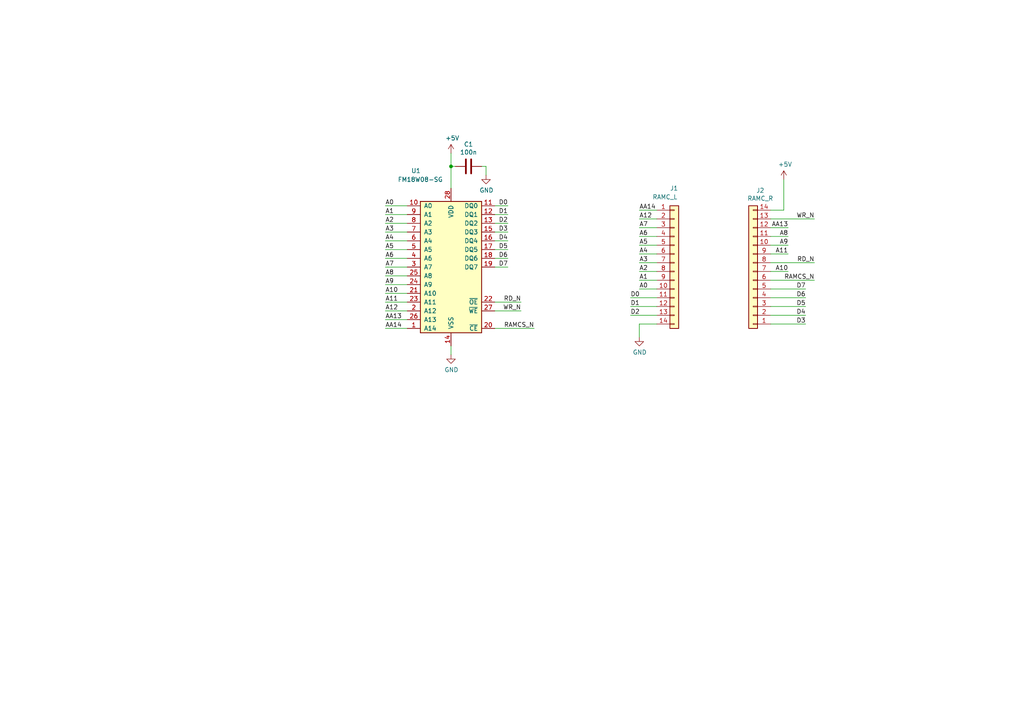
<source format=kicad_sch>
(kicad_sch (version 20211123) (generator eeschema)
  (paper "A4")
  (lib_symbols
    (symbol "Connector_Generic:Conn_01x14" (pin_names (offset 1.016) hide)
      (property "Reference" "J" (at 0 17.78 0))
      (property "Value" "Conn_01x14" (at 0 -20.32 0))
      (symbol "Conn_01x14_1_1"
        (rectangle (start -1.27 -17.653) (end 0 -17.907) (stroke (width 0.1524)))
        (rectangle (start -1.27 -15.113) (end 0 -15.367) (stroke (width 0.1524)))
        (rectangle (start -1.27 -12.573) (end 0 -12.827) (stroke (width 0.1524)))
        (rectangle (start -1.27 -10.033) (end 0 -10.287) (stroke (width 0.1524)))
        (rectangle (start -1.27 -7.493) (end 0 -7.747) (stroke (width 0.1524)))
        (rectangle (start -1.27 -4.953) (end 0 -5.207) (stroke (width 0.1524)))
        (rectangle (start -1.27 -2.413) (end 0 -2.667) (stroke (width 0.1524)))
        (rectangle (start -1.27 0.127) (end 0 -0.127) (stroke (width 0.1524)))
        (rectangle (start -1.27 2.667) (end 0 2.413) (stroke (width 0.1524)))
        (rectangle (start -1.27 5.207) (end 0 4.953) (stroke (width 0.1524)))
        (rectangle (start -1.27 7.747) (end 0 7.493) (stroke (width 0.1524)))
        (rectangle (start -1.27 10.287) (end 0 10.033) (stroke (width 0.1524)))
        (rectangle (start -1.27 12.827) (end 0 12.573) (stroke (width 0.1524)))
        (rectangle (start -1.27 15.367) (end 0 15.113) (stroke (width 0.1524)))
        (rectangle (start -1.27 16.51) (end 1.27 -19.05) (stroke (width 0.254)) (fill (type background)))
        (pin passive line (at -5.08 15.24 0) (length 3.81) (name "Pin_1") (number "1"))
        (pin passive line (at -5.08 -7.62 0) (length 3.81) (name "Pin_10") (number "10"))
        (pin passive line (at -5.08 -10.16 0) (length 3.81) (name "Pin_11") (number "11"))
        (pin passive line (at -5.08 -12.7 0) (length 3.81) (name "Pin_12") (number "12"))
        (pin passive line (at -5.08 -15.24 0) (length 3.81) (name "Pin_13") (number "13"))
        (pin passive line (at -5.08 -17.78 0) (length 3.81) (name "Pin_14") (number "14"))
        (pin passive line (at -5.08 12.7 0) (length 3.81) (name "Pin_2") (number "2"))
        (pin passive line (at -5.08 10.16 0) (length 3.81) (name "Pin_3") (number "3"))
        (pin passive line (at -5.08 7.62 0) (length 3.81) (name "Pin_4") (number "4"))
        (pin passive line (at -5.08 5.08 0) (length 3.81) (name "Pin_5") (number "5"))
        (pin passive line (at -5.08 2.54 0) (length 3.81) (name "Pin_6") (number "6"))
        (pin passive line (at -5.08 0 0) (length 3.81) (name "Pin_7") (number "7"))
        (pin passive line (at -5.08 -2.54 0) (length 3.81) (name "Pin_8") (number "8"))
        (pin passive line (at -5.08 -5.08 0) (length 3.81) (name "Pin_9") (number "9"))
      )
    )
    (symbol "Device:C" (pin_numbers hide) (pin_names (offset 0.254))
      (property "Reference" "C" (at 0.635 2.54 0))
      (property "Value" "C" (at 0.635 -2.54 0))
      (symbol "C_0_1"
        (polyline (pts (xy -2.032 -0.762) (xy 2.032 -0.762)) (stroke (width 0.508)))
        (polyline (pts (xy -2.032 0.762) (xy 2.032 0.762)) (stroke (width 0.508)))
      )
      (symbol "C_1_1"
        (pin passive line (at 0 3.81 270) (length 2.794) (name "~") (number "1"))
        (pin passive line (at 0 -3.81 90) (length 2.794) (name "~") (number "2"))
      )
    )
    (symbol "Memory_NVRAM:FM18W08-SG" (pin_names (offset 1.016))
      (property "Reference" "U" (at -7.62 20.32 0))
      (property "Value" "FM18W08-SG" (at 1.27 20.32 0))
      (symbol "FM18W08-SG_0_1"
        (rectangle (start -8.89 19.05) (end 8.89 -19.05) (stroke (width 0.254)) (fill (type background)))
      )
      (symbol "FM18W08-SG_1_1"
        (pin input line (at -12.7 -17.78 0) (length 3.81) (name "A14") (number "1"))
        (pin input line (at -12.7 17.78 0) (length 3.81) (name "A0") (number "10"))
        (pin bidirectional line (at 12.7 17.78 180) (length 3.81) (name "DQ0") (number "11"))
        (pin bidirectional line (at 12.7 15.24 180) (length 3.81) (name "DQ1") (number "12"))
        (pin bidirectional line (at 12.7 12.7 180) (length 3.81) (name "DQ2") (number "13"))
        (pin power_in line (at 0 -22.86 90) (length 3.81) (name "VSS") (number "14"))
        (pin bidirectional line (at 12.7 10.16 180) (length 3.81) (name "DQ3") (number "15"))
        (pin bidirectional line (at 12.7 7.62 180) (length 3.81) (name "DQ4") (number "16"))
        (pin bidirectional line (at 12.7 5.08 180) (length 3.81) (name "DQ5") (number "17"))
        (pin bidirectional line (at 12.7 2.54 180) (length 3.81) (name "DQ6") (number "18"))
        (pin bidirectional line (at 12.7 0 180) (length 3.81) (name "DQ7") (number "19"))
        (pin input line (at -12.7 -12.7 0) (length 3.81) (name "A12") (number "2"))
        (pin input line (at 12.7 -17.78 180) (length 3.81) (name "~{CE}") (number "20"))
        (pin input line (at -12.7 -7.62 0) (length 3.81) (name "A10") (number "21"))
        (pin input line (at 12.7 -10.16 180) (length 3.81) (name "~{OE}") (number "22"))
        (pin input line (at -12.7 -10.16 0) (length 3.81) (name "A11") (number "23"))
        (pin input line (at -12.7 -5.08 0) (length 3.81) (name "A9") (number "24"))
        (pin input line (at -12.7 -2.54 0) (length 3.81) (name "A8") (number "25"))
        (pin input line (at -12.7 -15.24 0) (length 3.81) (name "A13") (number "26"))
        (pin input line (at 12.7 -12.7 180) (length 3.81) (name "~{WE}") (number "27"))
        (pin power_in line (at 0 22.86 270) (length 3.81) (name "VDD") (number "28"))
        (pin input line (at -12.7 0 0) (length 3.81) (name "A7") (number "3"))
        (pin input line (at -12.7 2.54 0) (length 3.81) (name "A6") (number "4"))
        (pin input line (at -12.7 5.08 0) (length 3.81) (name "A5") (number "5"))
        (pin input line (at -12.7 7.62 0) (length 3.81) (name "A4") (number "6"))
        (pin input line (at -12.7 10.16 0) (length 3.81) (name "A3") (number "7"))
        (pin input line (at -12.7 12.7 0) (length 3.81) (name "A2") (number "8"))
        (pin input line (at -12.7 15.24 0) (length 3.81) (name "A1") (number "9"))
      )
    )
    (symbol "power:+5V" (power) (pin_names (offset 0))
      (property "Value" "+5V" (at 0 3.556 0))
      (symbol "+5V_0_1"
        (polyline (pts (xy -0.762 1.27) (xy 0 2.54)))
        (polyline (pts (xy 0 0) (xy 0 2.54)))
        (polyline (pts (xy 0 2.54) (xy 0.762 1.27)))
      )
      (symbol "+5V_1_1"
        (pin power_in line (at 0 0 90) (length 0) hide (name "+5V") (number "1"))
      )
    )
    (symbol "power:GND" (power) (pin_names (offset 0))
      (property "Value" "GND" (at 0 -3.81 0))
      (symbol "GND_0_1"
        (polyline (pts (xy 0 0) (xy 0 -1.27) (xy 1.27 -1.27) (xy 0 -2.54) (xy -1.27 -1.27) (xy 0 -1.27)))
      )
      (symbol "GND_1_1"
        (pin power_in line (at 0 0 270) (length 0) hide (name "GND") (number "1"))
      )
    )
  )
  (junction (at 130.81 48.26))
  (wire (pts (xy 190.5 88.9) (xy 182.88 88.9)))
  (wire (pts (xy 118.11 62.23) (xy 111.76 62.23)))
  (wire (pts (xy 147.32 62.23) (xy 143.51 62.23)))
  (wire (pts (xy 190.5 83.82) (xy 185.42 83.82)))
  (wire (pts (xy 130.81 48.26) (xy 130.81 44.45)))
  (wire (pts (xy 185.42 93.98) (xy 185.42 97.79)))
  (wire (pts (xy 118.11 77.47) (xy 111.76 77.47)))
  (wire (pts (xy 111.76 59.69) (xy 118.11 59.69)))
  (wire (pts (xy 223.52 93.98) (xy 233.68 93.98)))
  (wire (pts (xy 227.33 60.96) (xy 227.33 52.07)))
  (wire (pts (xy 223.52 83.82) (xy 233.68 83.82)))
  (wire (pts (xy 130.81 48.26) (xy 132.08 48.26)))
  (wire (pts (xy 223.52 60.96) (xy 227.33 60.96)))
  (wire (pts (xy 185.42 81.28) (xy 190.5 81.28)))
  (wire (pts (xy 182.88 86.36) (xy 190.5 86.36)))
  (wire (pts (xy 111.76 95.25) (xy 118.11 95.25)))
  (wire (pts (xy 111.76 85.09) (xy 118.11 85.09)))
  (wire (pts (xy 185.42 76.2) (xy 190.5 76.2)))
  (wire (pts (xy 140.97 48.26) (xy 140.97 50.8)))
  (wire (pts (xy 118.11 82.55) (xy 111.76 82.55)))
  (wire (pts (xy 236.22 76.2) (xy 223.52 76.2)))
  (wire (pts (xy 236.22 63.5) (xy 223.52 63.5)))
  (wire (pts (xy 190.5 68.58) (xy 185.42 68.58)))
  (wire (pts (xy 223.52 88.9) (xy 233.68 88.9)))
  (wire (pts (xy 118.11 92.71) (xy 111.76 92.71)))
  (wire (pts (xy 185.42 71.12) (xy 190.5 71.12)))
  (wire (pts (xy 111.76 90.17) (xy 118.11 90.17)))
  (wire (pts (xy 185.42 63.5) (xy 190.5 63.5)))
  (wire (pts (xy 190.5 66.04) (xy 185.42 66.04)))
  (wire (pts (xy 130.81 102.87) (xy 130.81 100.33)))
  (wire (pts (xy 228.6 68.58) (xy 223.52 68.58)))
  (wire (pts (xy 111.76 64.77) (xy 118.11 64.77)))
  (wire (pts (xy 143.51 59.69) (xy 147.32 59.69)))
  (wire (pts (xy 233.68 91.44) (xy 223.52 91.44)))
  (wire (pts (xy 182.88 91.44) (xy 190.5 91.44)))
  (wire (pts (xy 233.68 86.36) (xy 223.52 86.36)))
  (wire (pts (xy 143.51 64.77) (xy 147.32 64.77)))
  (wire (pts (xy 228.6 78.74) (xy 223.52 78.74)))
  (wire (pts (xy 147.32 72.39) (xy 143.51 72.39)))
  (wire (pts (xy 190.5 93.98) (xy 185.42 93.98)))
  (wire (pts (xy 228.6 71.12) (xy 223.52 71.12)))
  (wire (pts (xy 190.5 78.74) (xy 185.42 78.74)))
  (wire (pts (xy 118.11 87.63) (xy 111.76 87.63)))
  (wire (pts (xy 111.76 80.01) (xy 118.11 80.01)))
  (wire (pts (xy 111.76 74.93) (xy 118.11 74.93)))
  (wire (pts (xy 147.32 74.93) (xy 143.51 74.93)))
  (wire (pts (xy 223.52 81.28) (xy 236.22 81.28)))
  (wire (pts (xy 228.6 73.66) (xy 223.52 73.66)))
  (wire (pts (xy 147.32 77.47) (xy 143.51 77.47)))
  (wire (pts (xy 143.51 69.85) (xy 147.32 69.85)))
  (wire (pts (xy 130.81 54.61) (xy 130.81 48.26)))
  (wire (pts (xy 111.76 69.85) (xy 118.11 69.85)))
  (wire (pts (xy 143.51 95.25) (xy 154.94 95.25)))
  (wire (pts (xy 147.32 67.31) (xy 143.51 67.31)))
  (wire (pts (xy 228.6 66.04) (xy 223.52 66.04)))
  (wire (pts (xy 139.7 48.26) (xy 140.97 48.26)))
  (wire (pts (xy 143.51 90.17) (xy 151.13 90.17)))
  (wire (pts (xy 118.11 67.31) (xy 111.76 67.31)))
  (wire (pts (xy 190.5 60.96) (xy 185.42 60.96)))
  (wire (pts (xy 143.51 87.63) (xy 151.13 87.63)))
  (wire (pts (xy 118.11 72.39) (xy 111.76 72.39)))
  (wire (pts (xy 190.5 73.66) (xy 185.42 73.66)))
  (label "A12" (at 185.42 63.5 0))
  (label "A5" (at 111.76 72.39 0))
  (label "AA13" (at 228.6 66.04 180))
  (label "RD_N" (at 151.13 87.63 180))
  (label "A9" (at 228.6 71.12 180))
  (label "A1" (at 111.76 62.23 0))
  (label "D4" (at 233.68 91.44 180))
  (label "A4" (at 111.76 69.85 0))
  (label "WR_N" (at 151.13 90.17 180))
  (label "AA14" (at 111.76 95.25 0))
  (label "A5" (at 185.42 71.12 0))
  (label "A8" (at 111.76 80.01 0))
  (label "A3" (at 111.76 67.31 0))
  (label "A1" (at 185.42 81.28 0))
  (label "A3" (at 185.42 76.2 0))
  (label "A2" (at 111.76 64.77 0))
  (label "A7" (at 185.42 66.04 0))
  (label "D3" (at 147.32 67.31 180))
  (label "D1" (at 182.88 88.9 0))
  (label "A10" (at 228.6 78.74 180))
  (label "A8" (at 228.6 68.58 180))
  (label "A9" (at 111.76 82.55 0))
  (label "D7" (at 233.68 83.82 180))
  (label "A7" (at 111.76 77.47 0))
  (label "WR_N" (at 236.22 63.5 180))
  (label "AA13" (at 111.76 92.71 0))
  (label "A6" (at 185.42 68.58 0))
  (label "D5" (at 233.68 88.9 180))
  (label "D5" (at 147.32 72.39 180))
  (label "D0" (at 147.32 59.69 180))
  (label "A6" (at 111.76 74.93 0))
  (label "A11" (at 228.6 73.66 180))
  (label "AA14" (at 185.42 60.96 0))
  (label "RAMCS_N" (at 236.22 81.28 180))
  (label "D7" (at 147.32 77.47 180))
  (label "A11" (at 111.76 87.63 0))
  (label "A12" (at 111.76 90.17 0))
  (label "A2" (at 185.42 78.74 0))
  (label "A4" (at 185.42 73.66 0))
  (label "D2" (at 182.88 91.44 0))
  (label "A0" (at 185.42 83.82 0))
  (label "D4" (at 147.32 69.85 180))
  (label "D6" (at 233.68 86.36 180))
  (label "A0" (at 111.76 59.69 0))
  (label "RD_N" (at 236.22 76.2 180))
  (label "D2" (at 147.32 64.77 180))
  (label "D3" (at 233.68 93.98 180))
  (label "D6" (at 147.32 74.93 180))
  (label "RAMCS_N" (at 154.94 95.25 180))
  (label "D0" (at 182.88 86.36 0))
  (label "D1" (at 147.32 62.23 180))
  (label "A10" (at 111.76 85.09 0))
  (symbol (lib_id "Memory_NVRAM:FM18W08-SG") (at 130.81 77.47 0) (unit 1)
    (property "Reference" "U1" (at 120.65 49.53 0))
    (property "Value" "FM18W08-SG" (at 121.92 52.07 0))
    (property "Footprint" "RAMboard:SOIC-28custom" (effects hide))
    (property "Datasheet" "http://www.cypress.com/file/136521/download" (effects hide))
  )
  (symbol (lib_id "Connector_Generic:Conn_01x14") (at 195.58 76.2 0) (unit 1)
    (property "Reference" "J1" (at 194.31 54.61 0) (effects (justify left)))
    (property "Value" "RAMC_L" (at 189.23 57.15 0) (effects (justify left)))
    (property "Footprint" "Connector_PinHeader_2.54mm:PinHeader_1x14_P2.54mm_Vertical" (effects hide))
  )
  (symbol (lib_id "Connector_Generic:Conn_01x14") (at 218.44 78.74 180) (unit 1)
    (property "Reference" "J2" (at 220.5228 55.245 0))
    (property "Value" "RAMC_R" (at 220.5228 57.5564 0))
    (property "Footprint" "Connector_PinHeader_2.54mm:PinHeader_1x14_P2.54mm_Vertical" (effects hide))
  )
  (symbol (lib_id "Device:C") (at 135.89 48.26 90) (unit 1)
    (property "Reference" "C1" (at 135.89 41.8592 90))
    (property "Value" "100n" (at 135.89 44.1706 90))
    (property "Footprint" "Capacitor_THT:CP_Radial_D5.0mm_P2.50mm" (effects hide))
  )
  (symbol (lib_id "power:GND") (at 140.97 50.8 0) (unit 1)
    (property "Reference" "#PWR0101" (effects hide))
    (property "Value" "GND" (at 141.097 55.1942 0))
  )
  (symbol (lib_id "power:GND") (at 130.81 102.87 0) (unit 1)
    (property "Reference" "#PWR0102" (effects hide))
    (property "Value" "GND" (at 130.937 107.2642 0))
  )
  (symbol (lib_id "power:+5V") (at 130.81 44.45 0) (unit 1)
    (property "Reference" "#PWR0103" (effects hide))
    (property "Value" "+5V" (at 131.191 40.0558 0))
  )
  (symbol (lib_id "power:GND") (at 185.42 97.79 0) (unit 1)
    (property "Reference" "#PWR0104" (effects hide))
    (property "Value" "GND" (at 185.547 102.1842 0))
  )
  (symbol (lib_id "power:+5V") (at 227.33 52.07 0) (unit 1)
    (property "Reference" "#PWR0105" (effects hide))
    (property "Value" "+5V" (at 227.711 47.6758 0))
  )
)
</source>
